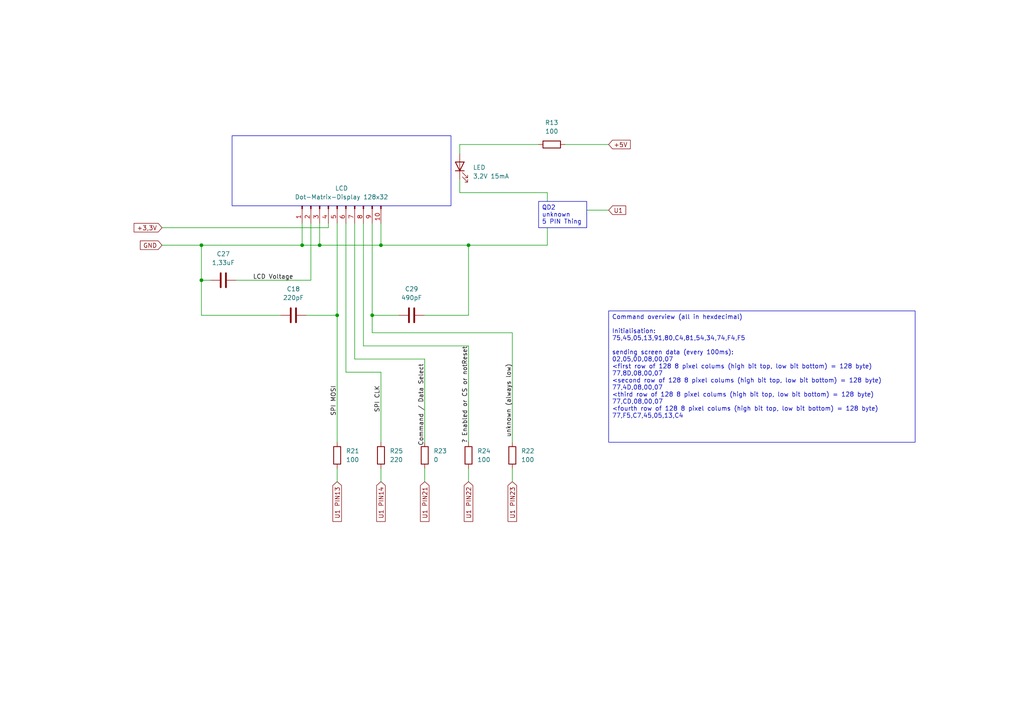
<source format=kicad_sch>
(kicad_sch
	(version 20231120)
	(generator "eeschema")
	(generator_version "8.0")
	(uuid "89d628b2-1118-4ed2-930a-a4c253307f5e")
	(paper "A4")
	(title_block
		(title "LCD Dot-Matrix Display KyoC5150DN")
		(date "2024-12-29")
		(rev "1.00")
	)
	(lib_symbols
		(symbol "Connector:Conn_01x10_Pin"
			(pin_names
				(offset 1.016) hide)
			(exclude_from_sim no)
			(in_bom yes)
			(on_board yes)
			(property "Reference" "J"
				(at 0 12.7 0)
				(effects
					(font
						(size 1.27 1.27)
					)
				)
			)
			(property "Value" "Conn_01x10_Pin"
				(at 0 -15.24 0)
				(effects
					(font
						(size 1.27 1.27)
					)
				)
			)
			(property "Footprint" ""
				(at 0 0 0)
				(effects
					(font
						(size 1.27 1.27)
					)
					(hide yes)
				)
			)
			(property "Datasheet" "~"
				(at 0 0 0)
				(effects
					(font
						(size 1.27 1.27)
					)
					(hide yes)
				)
			)
			(property "Description" "Generic connector, single row, 01x10, script generated"
				(at 0 0 0)
				(effects
					(font
						(size 1.27 1.27)
					)
					(hide yes)
				)
			)
			(property "ki_locked" ""
				(at 0 0 0)
				(effects
					(font
						(size 1.27 1.27)
					)
				)
			)
			(property "ki_keywords" "connector"
				(at 0 0 0)
				(effects
					(font
						(size 1.27 1.27)
					)
					(hide yes)
				)
			)
			(property "ki_fp_filters" "Connector*:*_1x??_*"
				(at 0 0 0)
				(effects
					(font
						(size 1.27 1.27)
					)
					(hide yes)
				)
			)
			(symbol "Conn_01x10_Pin_1_1"
				(polyline
					(pts
						(xy 1.27 -12.7) (xy 0.8636 -12.7)
					)
					(stroke
						(width 0.1524)
						(type default)
					)
					(fill
						(type none)
					)
				)
				(polyline
					(pts
						(xy 1.27 -10.16) (xy 0.8636 -10.16)
					)
					(stroke
						(width 0.1524)
						(type default)
					)
					(fill
						(type none)
					)
				)
				(polyline
					(pts
						(xy 1.27 -7.62) (xy 0.8636 -7.62)
					)
					(stroke
						(width 0.1524)
						(type default)
					)
					(fill
						(type none)
					)
				)
				(polyline
					(pts
						(xy 1.27 -5.08) (xy 0.8636 -5.08)
					)
					(stroke
						(width 0.1524)
						(type default)
					)
					(fill
						(type none)
					)
				)
				(polyline
					(pts
						(xy 1.27 -2.54) (xy 0.8636 -2.54)
					)
					(stroke
						(width 0.1524)
						(type default)
					)
					(fill
						(type none)
					)
				)
				(polyline
					(pts
						(xy 1.27 0) (xy 0.8636 0)
					)
					(stroke
						(width 0.1524)
						(type default)
					)
					(fill
						(type none)
					)
				)
				(polyline
					(pts
						(xy 1.27 2.54) (xy 0.8636 2.54)
					)
					(stroke
						(width 0.1524)
						(type default)
					)
					(fill
						(type none)
					)
				)
				(polyline
					(pts
						(xy 1.27 5.08) (xy 0.8636 5.08)
					)
					(stroke
						(width 0.1524)
						(type default)
					)
					(fill
						(type none)
					)
				)
				(polyline
					(pts
						(xy 1.27 7.62) (xy 0.8636 7.62)
					)
					(stroke
						(width 0.1524)
						(type default)
					)
					(fill
						(type none)
					)
				)
				(polyline
					(pts
						(xy 1.27 10.16) (xy 0.8636 10.16)
					)
					(stroke
						(width 0.1524)
						(type default)
					)
					(fill
						(type none)
					)
				)
				(rectangle
					(start 0.8636 -12.573)
					(end 0 -12.827)
					(stroke
						(width 0.1524)
						(type default)
					)
					(fill
						(type outline)
					)
				)
				(rectangle
					(start 0.8636 -10.033)
					(end 0 -10.287)
					(stroke
						(width 0.1524)
						(type default)
					)
					(fill
						(type outline)
					)
				)
				(rectangle
					(start 0.8636 -7.493)
					(end 0 -7.747)
					(stroke
						(width 0.1524)
						(type default)
					)
					(fill
						(type outline)
					)
				)
				(rectangle
					(start 0.8636 -4.953)
					(end 0 -5.207)
					(stroke
						(width 0.1524)
						(type default)
					)
					(fill
						(type outline)
					)
				)
				(rectangle
					(start 0.8636 -2.413)
					(end 0 -2.667)
					(stroke
						(width 0.1524)
						(type default)
					)
					(fill
						(type outline)
					)
				)
				(rectangle
					(start 0.8636 0.127)
					(end 0 -0.127)
					(stroke
						(width 0.1524)
						(type default)
					)
					(fill
						(type outline)
					)
				)
				(rectangle
					(start 0.8636 2.667)
					(end 0 2.413)
					(stroke
						(width 0.1524)
						(type default)
					)
					(fill
						(type outline)
					)
				)
				(rectangle
					(start 0.8636 5.207)
					(end 0 4.953)
					(stroke
						(width 0.1524)
						(type default)
					)
					(fill
						(type outline)
					)
				)
				(rectangle
					(start 0.8636 7.747)
					(end 0 7.493)
					(stroke
						(width 0.1524)
						(type default)
					)
					(fill
						(type outline)
					)
				)
				(rectangle
					(start 0.8636 10.287)
					(end 0 10.033)
					(stroke
						(width 0.1524)
						(type default)
					)
					(fill
						(type outline)
					)
				)
				(pin passive line
					(at 5.08 10.16 180)
					(length 3.81)
					(name "Pin_1"
						(effects
							(font
								(size 1.27 1.27)
							)
						)
					)
					(number "1"
						(effects
							(font
								(size 1.27 1.27)
							)
						)
					)
				)
				(pin passive line
					(at 5.08 -12.7 180)
					(length 3.81)
					(name "Pin_10"
						(effects
							(font
								(size 1.27 1.27)
							)
						)
					)
					(number "10"
						(effects
							(font
								(size 1.27 1.27)
							)
						)
					)
				)
				(pin passive line
					(at 5.08 7.62 180)
					(length 3.81)
					(name "Pin_2"
						(effects
							(font
								(size 1.27 1.27)
							)
						)
					)
					(number "2"
						(effects
							(font
								(size 1.27 1.27)
							)
						)
					)
				)
				(pin passive line
					(at 5.08 5.08 180)
					(length 3.81)
					(name "Pin_3"
						(effects
							(font
								(size 1.27 1.27)
							)
						)
					)
					(number "3"
						(effects
							(font
								(size 1.27 1.27)
							)
						)
					)
				)
				(pin passive line
					(at 5.08 2.54 180)
					(length 3.81)
					(name "Pin_4"
						(effects
							(font
								(size 1.27 1.27)
							)
						)
					)
					(number "4"
						(effects
							(font
								(size 1.27 1.27)
							)
						)
					)
				)
				(pin passive line
					(at 5.08 0 180)
					(length 3.81)
					(name "Pin_5"
						(effects
							(font
								(size 1.27 1.27)
							)
						)
					)
					(number "5"
						(effects
							(font
								(size 1.27 1.27)
							)
						)
					)
				)
				(pin passive line
					(at 5.08 -2.54 180)
					(length 3.81)
					(name "Pin_6"
						(effects
							(font
								(size 1.27 1.27)
							)
						)
					)
					(number "6"
						(effects
							(font
								(size 1.27 1.27)
							)
						)
					)
				)
				(pin passive line
					(at 5.08 -5.08 180)
					(length 3.81)
					(name "Pin_7"
						(effects
							(font
								(size 1.27 1.27)
							)
						)
					)
					(number "7"
						(effects
							(font
								(size 1.27 1.27)
							)
						)
					)
				)
				(pin passive line
					(at 5.08 -7.62 180)
					(length 3.81)
					(name "Pin_8"
						(effects
							(font
								(size 1.27 1.27)
							)
						)
					)
					(number "8"
						(effects
							(font
								(size 1.27 1.27)
							)
						)
					)
				)
				(pin passive line
					(at 5.08 -10.16 180)
					(length 3.81)
					(name "Pin_9"
						(effects
							(font
								(size 1.27 1.27)
							)
						)
					)
					(number "9"
						(effects
							(font
								(size 1.27 1.27)
							)
						)
					)
				)
			)
		)
		(symbol "Device:C"
			(pin_numbers hide)
			(pin_names
				(offset 0.254)
			)
			(exclude_from_sim no)
			(in_bom yes)
			(on_board yes)
			(property "Reference" "C"
				(at 0.635 2.54 0)
				(effects
					(font
						(size 1.27 1.27)
					)
					(justify left)
				)
			)
			(property "Value" "C"
				(at 0.635 -2.54 0)
				(effects
					(font
						(size 1.27 1.27)
					)
					(justify left)
				)
			)
			(property "Footprint" ""
				(at 0.9652 -3.81 0)
				(effects
					(font
						(size 1.27 1.27)
					)
					(hide yes)
				)
			)
			(property "Datasheet" "~"
				(at 0 0 0)
				(effects
					(font
						(size 1.27 1.27)
					)
					(hide yes)
				)
			)
			(property "Description" "Unpolarized capacitor"
				(at 0 0 0)
				(effects
					(font
						(size 1.27 1.27)
					)
					(hide yes)
				)
			)
			(property "ki_keywords" "cap capacitor"
				(at 0 0 0)
				(effects
					(font
						(size 1.27 1.27)
					)
					(hide yes)
				)
			)
			(property "ki_fp_filters" "C_*"
				(at 0 0 0)
				(effects
					(font
						(size 1.27 1.27)
					)
					(hide yes)
				)
			)
			(symbol "C_0_1"
				(polyline
					(pts
						(xy -2.032 -0.762) (xy 2.032 -0.762)
					)
					(stroke
						(width 0.508)
						(type default)
					)
					(fill
						(type none)
					)
				)
				(polyline
					(pts
						(xy -2.032 0.762) (xy 2.032 0.762)
					)
					(stroke
						(width 0.508)
						(type default)
					)
					(fill
						(type none)
					)
				)
			)
			(symbol "C_1_1"
				(pin passive line
					(at 0 3.81 270)
					(length 2.794)
					(name "~"
						(effects
							(font
								(size 1.27 1.27)
							)
						)
					)
					(number "1"
						(effects
							(font
								(size 1.27 1.27)
							)
						)
					)
				)
				(pin passive line
					(at 0 -3.81 90)
					(length 2.794)
					(name "~"
						(effects
							(font
								(size 1.27 1.27)
							)
						)
					)
					(number "2"
						(effects
							(font
								(size 1.27 1.27)
							)
						)
					)
				)
			)
		)
		(symbol "Device:LED"
			(pin_numbers hide)
			(pin_names
				(offset 1.016) hide)
			(exclude_from_sim no)
			(in_bom yes)
			(on_board yes)
			(property "Reference" "D"
				(at 0 2.54 0)
				(effects
					(font
						(size 1.27 1.27)
					)
				)
			)
			(property "Value" "LED"
				(at 0 -2.54 0)
				(effects
					(font
						(size 1.27 1.27)
					)
				)
			)
			(property "Footprint" ""
				(at 0 0 0)
				(effects
					(font
						(size 1.27 1.27)
					)
					(hide yes)
				)
			)
			(property "Datasheet" "~"
				(at 0 0 0)
				(effects
					(font
						(size 1.27 1.27)
					)
					(hide yes)
				)
			)
			(property "Description" "Light emitting diode"
				(at 0 0 0)
				(effects
					(font
						(size 1.27 1.27)
					)
					(hide yes)
				)
			)
			(property "ki_keywords" "LED diode"
				(at 0 0 0)
				(effects
					(font
						(size 1.27 1.27)
					)
					(hide yes)
				)
			)
			(property "ki_fp_filters" "LED* LED_SMD:* LED_THT:*"
				(at 0 0 0)
				(effects
					(font
						(size 1.27 1.27)
					)
					(hide yes)
				)
			)
			(symbol "LED_0_1"
				(polyline
					(pts
						(xy -1.27 -1.27) (xy -1.27 1.27)
					)
					(stroke
						(width 0.254)
						(type default)
					)
					(fill
						(type none)
					)
				)
				(polyline
					(pts
						(xy -1.27 0) (xy 1.27 0)
					)
					(stroke
						(width 0)
						(type default)
					)
					(fill
						(type none)
					)
				)
				(polyline
					(pts
						(xy 1.27 -1.27) (xy 1.27 1.27) (xy -1.27 0) (xy 1.27 -1.27)
					)
					(stroke
						(width 0.254)
						(type default)
					)
					(fill
						(type none)
					)
				)
				(polyline
					(pts
						(xy -3.048 -0.762) (xy -4.572 -2.286) (xy -3.81 -2.286) (xy -4.572 -2.286) (xy -4.572 -1.524)
					)
					(stroke
						(width 0)
						(type default)
					)
					(fill
						(type none)
					)
				)
				(polyline
					(pts
						(xy -1.778 -0.762) (xy -3.302 -2.286) (xy -2.54 -2.286) (xy -3.302 -2.286) (xy -3.302 -1.524)
					)
					(stroke
						(width 0)
						(type default)
					)
					(fill
						(type none)
					)
				)
			)
			(symbol "LED_1_1"
				(pin passive line
					(at -3.81 0 0)
					(length 2.54)
					(name "K"
						(effects
							(font
								(size 1.27 1.27)
							)
						)
					)
					(number "1"
						(effects
							(font
								(size 1.27 1.27)
							)
						)
					)
				)
				(pin passive line
					(at 3.81 0 180)
					(length 2.54)
					(name "A"
						(effects
							(font
								(size 1.27 1.27)
							)
						)
					)
					(number "2"
						(effects
							(font
								(size 1.27 1.27)
							)
						)
					)
				)
			)
		)
		(symbol "Device:R"
			(pin_numbers hide)
			(pin_names
				(offset 0)
			)
			(exclude_from_sim no)
			(in_bom yes)
			(on_board yes)
			(property "Reference" "R"
				(at 2.032 0 90)
				(effects
					(font
						(size 1.27 1.27)
					)
				)
			)
			(property "Value" "R"
				(at 0 0 90)
				(effects
					(font
						(size 1.27 1.27)
					)
				)
			)
			(property "Footprint" ""
				(at -1.778 0 90)
				(effects
					(font
						(size 1.27 1.27)
					)
					(hide yes)
				)
			)
			(property "Datasheet" "~"
				(at 0 0 0)
				(effects
					(font
						(size 1.27 1.27)
					)
					(hide yes)
				)
			)
			(property "Description" "Resistor"
				(at 0 0 0)
				(effects
					(font
						(size 1.27 1.27)
					)
					(hide yes)
				)
			)
			(property "ki_keywords" "R res resistor"
				(at 0 0 0)
				(effects
					(font
						(size 1.27 1.27)
					)
					(hide yes)
				)
			)
			(property "ki_fp_filters" "R_*"
				(at 0 0 0)
				(effects
					(font
						(size 1.27 1.27)
					)
					(hide yes)
				)
			)
			(symbol "R_0_1"
				(rectangle
					(start -1.016 -2.54)
					(end 1.016 2.54)
					(stroke
						(width 0.254)
						(type default)
					)
					(fill
						(type none)
					)
				)
			)
			(symbol "R_1_1"
				(pin passive line
					(at 0 3.81 270)
					(length 1.27)
					(name "~"
						(effects
							(font
								(size 1.27 1.27)
							)
						)
					)
					(number "1"
						(effects
							(font
								(size 1.27 1.27)
							)
						)
					)
				)
				(pin passive line
					(at 0 -3.81 90)
					(length 1.27)
					(name "~"
						(effects
							(font
								(size 1.27 1.27)
							)
						)
					)
					(number "2"
						(effects
							(font
								(size 1.27 1.27)
							)
						)
					)
				)
			)
		)
	)
	(junction
		(at 110.49 71.12)
		(diameter 0)
		(color 0 0 0 0)
		(uuid "03a7a8e7-4980-4c02-9754-21d9646f5ac0")
	)
	(junction
		(at 135.89 71.12)
		(diameter 0)
		(color 0 0 0 0)
		(uuid "102807f1-f4e6-452d-8004-7a1515c74775")
	)
	(junction
		(at 58.42 71.12)
		(diameter 0)
		(color 0 0 0 0)
		(uuid "1dd5ec06-e66c-4815-89b8-765b9d48f9f4")
	)
	(junction
		(at 92.71 71.12)
		(diameter 0)
		(color 0 0 0 0)
		(uuid "7063fa33-fec4-4d6e-8ec7-dcb489a30489")
	)
	(junction
		(at 97.79 91.44)
		(diameter 0)
		(color 0 0 0 0)
		(uuid "9366c9ab-bb58-45d3-a2bd-6571ad39b8bb")
	)
	(junction
		(at 58.42 81.28)
		(diameter 0)
		(color 0 0 0 0)
		(uuid "9a131d40-c529-4fcb-89e4-9fc76245fe70")
	)
	(junction
		(at 87.63 71.12)
		(diameter 0)
		(color 0 0 0 0)
		(uuid "c297987f-8c39-4b65-abbc-9e00fbf822bf")
	)
	(junction
		(at 107.95 91.44)
		(diameter 0)
		(color 0 0 0 0)
		(uuid "d7383ac4-58ed-4186-8179-e1c2bb55908b")
	)
	(wire
		(pts
			(xy 60.96 81.28) (xy 58.42 81.28)
		)
		(stroke
			(width 0)
			(type default)
		)
		(uuid "0954fdc5-d58b-429c-b6d5-e5b112b29bc3")
	)
	(wire
		(pts
			(xy 87.63 64.77) (xy 87.63 71.12)
		)
		(stroke
			(width 0)
			(type default)
		)
		(uuid "0d32a9da-2582-40d7-b74b-5c41a5a80716")
	)
	(wire
		(pts
			(xy 81.28 91.44) (xy 58.42 91.44)
		)
		(stroke
			(width 0)
			(type default)
		)
		(uuid "0f69f228-a1e9-4523-b156-6f62f8549ada")
	)
	(wire
		(pts
			(xy 97.79 91.44) (xy 97.79 128.27)
		)
		(stroke
			(width 0)
			(type default)
		)
		(uuid "1e1d3536-7219-4adc-909a-ce0a74eb2ba3")
	)
	(wire
		(pts
			(xy 107.95 91.44) (xy 115.57 91.44)
		)
		(stroke
			(width 0)
			(type default)
		)
		(uuid "2f2eccdb-8f02-4d61-a419-043a028217fa")
	)
	(wire
		(pts
			(xy 88.9 91.44) (xy 97.79 91.44)
		)
		(stroke
			(width 0)
			(type default)
		)
		(uuid "3320ea1d-d2fc-4087-8ae4-ca3ab43964f0")
	)
	(wire
		(pts
			(xy 158.75 71.12) (xy 135.89 71.12)
		)
		(stroke
			(width 0)
			(type default)
		)
		(uuid "386f527e-f00e-4932-a989-41757b644bed")
	)
	(wire
		(pts
			(xy 97.79 64.77) (xy 97.79 91.44)
		)
		(stroke
			(width 0)
			(type default)
		)
		(uuid "3ef024d7-873b-43cf-8e2c-700e0bb049ef")
	)
	(wire
		(pts
			(xy 107.95 96.52) (xy 148.59 96.52)
		)
		(stroke
			(width 0)
			(type default)
		)
		(uuid "4770b68f-0048-4d69-95f9-0367e28cdcf4")
	)
	(wire
		(pts
			(xy 123.19 104.14) (xy 123.19 128.27)
		)
		(stroke
			(width 0)
			(type default)
		)
		(uuid "4c8c6095-8f25-47f6-8bb9-a0008d4aa710")
	)
	(wire
		(pts
			(xy 110.49 71.12) (xy 92.71 71.12)
		)
		(stroke
			(width 0)
			(type default)
		)
		(uuid "4da26581-698d-4f30-a372-155f5abecb46")
	)
	(wire
		(pts
			(xy 105.41 100.33) (xy 135.89 100.33)
		)
		(stroke
			(width 0)
			(type default)
		)
		(uuid "4dead7ba-4619-4c2c-bc68-1dd9f5046fdc")
	)
	(wire
		(pts
			(xy 123.19 135.89) (xy 123.19 139.7)
		)
		(stroke
			(width 0)
			(type default)
		)
		(uuid "543da00d-ddc4-4c04-ac13-49fd0769f8f9")
	)
	(wire
		(pts
			(xy 100.33 64.77) (xy 100.33 107.95)
		)
		(stroke
			(width 0)
			(type default)
		)
		(uuid "54602192-2264-4ca4-a4d6-e1579ead2519")
	)
	(wire
		(pts
			(xy 58.42 91.44) (xy 58.42 81.28)
		)
		(stroke
			(width 0)
			(type default)
		)
		(uuid "5833190d-32b8-4c97-b0ff-e79e6b4ea406")
	)
	(wire
		(pts
			(xy 110.49 107.95) (xy 110.49 128.27)
		)
		(stroke
			(width 0)
			(type default)
		)
		(uuid "5d1dc1e6-b475-4edd-bd49-d211b251ec52")
	)
	(wire
		(pts
			(xy 148.59 96.52) (xy 148.59 128.27)
		)
		(stroke
			(width 0)
			(type default)
		)
		(uuid "63078328-4f79-457e-b6f0-048241ce0ccc")
	)
	(wire
		(pts
			(xy 97.79 135.89) (xy 97.79 139.7)
		)
		(stroke
			(width 0)
			(type default)
		)
		(uuid "6334e4e6-f1ab-47cb-a706-f18e51a7d1b9")
	)
	(wire
		(pts
			(xy 92.71 71.12) (xy 87.63 71.12)
		)
		(stroke
			(width 0)
			(type default)
		)
		(uuid "63bbff8b-f88b-4fc8-bb20-7fbd46ec2cca")
	)
	(wire
		(pts
			(xy 110.49 64.77) (xy 110.49 71.12)
		)
		(stroke
			(width 0)
			(type default)
		)
		(uuid "63e8227f-6c30-4c3d-8147-569a6d5aa2be")
	)
	(wire
		(pts
			(xy 105.41 64.77) (xy 105.41 100.33)
		)
		(stroke
			(width 0)
			(type default)
		)
		(uuid "6b25a3f4-eaee-448b-97aa-84a7797d00a8")
	)
	(wire
		(pts
			(xy 158.75 55.88) (xy 158.75 58.42)
		)
		(stroke
			(width 0)
			(type default)
		)
		(uuid "790145b8-a989-412f-be5e-2a5209e8b8ce")
	)
	(wire
		(pts
			(xy 95.25 64.77) (xy 95.25 66.04)
		)
		(stroke
			(width 0)
			(type default)
		)
		(uuid "79587fe8-44d5-4f73-8ee9-391d4b5bd9cd")
	)
	(wire
		(pts
			(xy 58.42 71.12) (xy 87.63 71.12)
		)
		(stroke
			(width 0)
			(type default)
		)
		(uuid "8d56037c-7701-407e-a78f-e84c2c9570e4")
	)
	(wire
		(pts
			(xy 135.89 135.89) (xy 135.89 139.7)
		)
		(stroke
			(width 0)
			(type default)
		)
		(uuid "93e06918-5a4b-46c3-a20b-7a397522aa0b")
	)
	(wire
		(pts
			(xy 107.95 64.77) (xy 107.95 91.44)
		)
		(stroke
			(width 0)
			(type default)
		)
		(uuid "955956c8-a0ab-4911-b848-fac52dcb5588")
	)
	(wire
		(pts
			(xy 110.49 135.89) (xy 110.49 139.7)
		)
		(stroke
			(width 0)
			(type default)
		)
		(uuid "9727c19e-a4d1-45a0-a7f0-f0fa91b0478e")
	)
	(wire
		(pts
			(xy 163.83 41.91) (xy 176.53 41.91)
		)
		(stroke
			(width 0)
			(type default)
		)
		(uuid "9b02b741-ba28-40f2-92fb-0d237dc05272")
	)
	(wire
		(pts
			(xy 133.35 55.88) (xy 158.75 55.88)
		)
		(stroke
			(width 0)
			(type default)
		)
		(uuid "a0ebb873-0fe9-4a7f-8422-5eccfce611e7")
	)
	(wire
		(pts
			(xy 158.75 66.04) (xy 158.75 71.12)
		)
		(stroke
			(width 0)
			(type default)
		)
		(uuid "a852855e-e40e-4735-93cf-f6ac1e680fc1")
	)
	(wire
		(pts
			(xy 135.89 100.33) (xy 135.89 128.27)
		)
		(stroke
			(width 0)
			(type default)
		)
		(uuid "aac8c80b-7185-4081-94a9-62305d1c9997")
	)
	(wire
		(pts
			(xy 123.19 91.44) (xy 135.89 91.44)
		)
		(stroke
			(width 0)
			(type default)
		)
		(uuid "ac178eb3-1e99-4714-b4a2-e44c5e574cee")
	)
	(wire
		(pts
			(xy 90.17 64.77) (xy 90.17 81.28)
		)
		(stroke
			(width 0)
			(type default)
		)
		(uuid "b45bdf50-f4ce-4922-bf95-5628a2cd1fda")
	)
	(wire
		(pts
			(xy 100.33 107.95) (xy 110.49 107.95)
		)
		(stroke
			(width 0)
			(type default)
		)
		(uuid "b8061380-575c-4bb2-87b6-7caa3d5507f6")
	)
	(wire
		(pts
			(xy 92.71 64.77) (xy 92.71 71.12)
		)
		(stroke
			(width 0)
			(type default)
		)
		(uuid "c697b901-da7c-405f-8a60-f60e27708769")
	)
	(wire
		(pts
			(xy 148.59 135.89) (xy 148.59 139.7)
		)
		(stroke
			(width 0)
			(type default)
		)
		(uuid "d1d642ed-07a0-4e66-820a-2cc228e61b2a")
	)
	(wire
		(pts
			(xy 102.87 104.14) (xy 123.19 104.14)
		)
		(stroke
			(width 0)
			(type default)
		)
		(uuid "d9d5018e-b64a-48df-8cfe-5aa2ed37cbb7")
	)
	(wire
		(pts
			(xy 135.89 91.44) (xy 135.89 71.12)
		)
		(stroke
			(width 0)
			(type default)
		)
		(uuid "da4dedb1-5ee2-4719-ac1f-6515341a3f26")
	)
	(wire
		(pts
			(xy 170.18 60.96) (xy 176.53 60.96)
		)
		(stroke
			(width 0)
			(type default)
		)
		(uuid "e3e8512b-1a44-4dec-abd9-53f46d7cb22c")
	)
	(wire
		(pts
			(xy 46.99 66.04) (xy 95.25 66.04)
		)
		(stroke
			(width 0)
			(type default)
		)
		(uuid "e62235d5-6231-4ee2-9736-4de62cb59f57")
	)
	(wire
		(pts
			(xy 135.89 71.12) (xy 110.49 71.12)
		)
		(stroke
			(width 0)
			(type default)
		)
		(uuid "e6830b80-d265-4a97-8fc1-49cb13bfdd97")
	)
	(wire
		(pts
			(xy 107.95 91.44) (xy 107.95 96.52)
		)
		(stroke
			(width 0)
			(type default)
		)
		(uuid "e6cb4508-f26c-47c2-a706-6861481d2c21")
	)
	(wire
		(pts
			(xy 46.99 71.12) (xy 58.42 71.12)
		)
		(stroke
			(width 0)
			(type default)
		)
		(uuid "ec0697a0-8a52-4c58-b2dd-2d4e3d310508")
	)
	(wire
		(pts
			(xy 90.17 81.28) (xy 68.58 81.28)
		)
		(stroke
			(width 0)
			(type default)
		)
		(uuid "ed041771-26d8-4731-a90b-081e1f82cfde")
	)
	(wire
		(pts
			(xy 58.42 81.28) (xy 58.42 71.12)
		)
		(stroke
			(width 0)
			(type default)
		)
		(uuid "f2ce0a55-f083-45fc-a885-27625f8afa03")
	)
	(wire
		(pts
			(xy 102.87 64.77) (xy 102.87 104.14)
		)
		(stroke
			(width 0)
			(type default)
		)
		(uuid "f3aeb4f5-1a9b-4233-9e3d-057920dc7853")
	)
	(wire
		(pts
			(xy 133.35 41.91) (xy 156.21 41.91)
		)
		(stroke
			(width 0)
			(type default)
		)
		(uuid "f9f1aee7-8801-452a-b736-1995b07ce979")
	)
	(wire
		(pts
			(xy 133.35 44.45) (xy 133.35 41.91)
		)
		(stroke
			(width 0)
			(type default)
		)
		(uuid "fe000837-5d14-4ff5-afb7-e03357343279")
	)
	(wire
		(pts
			(xy 133.35 52.07) (xy 133.35 55.88)
		)
		(stroke
			(width 0)
			(type default)
		)
		(uuid "ffa5c25b-489f-495f-bc53-ebb07437ed12")
	)
	(rectangle
		(start 67.31 39.37)
		(end 130.81 59.69)
		(stroke
			(width 0)
			(type default)
		)
		(fill
			(type none)
		)
		(uuid 123ee6b8-7c4b-46d4-afc5-00fe81a0c37c)
	)
	(text_box "Command overview (all in hexdecimal)\n\nInitialisation:\n75,45,05,13,91,80,C4,81,54,34,74,F4,F5\n\nsending screen data (every 100ms):\n02,05,0D,08,00,07\n<first row of 128 8 pixel colums (high bit top, low bit bottom) = 128 byte)\n77,8D,08,00,07\n<second row of 128 8 pixel colums (high bit top, low bit bottom) = 128 byte)\n77,4D,08,00,07\n<third row of 128 8 pixel colums (high bit top, low bit bottom) = 128 byte)\n77,CD,08,00,07\n<fourth row of 128 8 pixel colums (high bit top, low bit bottom) = 128 byte)\n77,F5,C7,45,05,13,C4"
		(exclude_from_sim no)
		(at 176.53 90.17 0)
		(size 88.9 38.1)
		(stroke
			(width 0)
			(type default)
		)
		(fill
			(type none)
		)
		(effects
			(font
				(size 1.27 1.27)
			)
			(justify left top)
		)
		(uuid "ae18ca24-a9a8-4c89-8c31-bd47b1391520")
	)
	(text_box "QD2\nunknown\n5 PIN Thing"
		(exclude_from_sim no)
		(at 156.21 58.42 0)
		(size 13.97 7.62)
		(stroke
			(width 0)
			(type default)
		)
		(fill
			(type none)
		)
		(effects
			(font
				(size 1.27 1.27)
			)
			(justify left top)
		)
		(uuid "edb5639e-255f-42ac-90f3-891d3e59afc8")
	)
	(label "? Enabled or CS or notReset"
		(at 135.89 100.33 270)
		(fields_autoplaced yes)
		(effects
			(font
				(size 1.27 1.27)
			)
			(justify right bottom)
		)
		(uuid "04dde55b-811a-455b-b74c-525d3f31f3cf")
	)
	(label "unknown (always low)"
		(at 148.59 105.41 270)
		(fields_autoplaced yes)
		(effects
			(font
				(size 1.27 1.27)
			)
			(justify right bottom)
		)
		(uuid "28df5d71-3064-48c6-84fd-e8c1e8e2f4f0")
	)
	(label "LCD Voltage"
		(at 85.09 81.28 180)
		(fields_autoplaced yes)
		(effects
			(font
				(size 1.27 1.27)
			)
			(justify right bottom)
		)
		(uuid "3194c2c5-49f2-4391-9a8c-b719abcb609e")
	)
	(label "SPI CLK"
		(at 110.49 111.76 270)
		(fields_autoplaced yes)
		(effects
			(font
				(size 1.27 1.27)
			)
			(justify right bottom)
		)
		(uuid "70fa9bd6-6116-47ed-8ce2-0c32b8b6d746")
	)
	(label "Command {slash} Data Select"
		(at 123.19 105.41 270)
		(fields_autoplaced yes)
		(effects
			(font
				(size 1.27 1.27)
			)
			(justify right bottom)
		)
		(uuid "daa5c9e4-884d-470b-b1f6-18812a2ade12")
	)
	(label "SPI MOSI"
		(at 97.79 111.76 270)
		(fields_autoplaced yes)
		(effects
			(font
				(size 1.27 1.27)
			)
			(justify right bottom)
		)
		(uuid "f7079f3a-74a7-409d-86aa-2734aa945a4a")
	)
	(global_label "U1"
		(shape input)
		(at 176.53 60.96 0)
		(fields_autoplaced yes)
		(effects
			(font
				(size 1.27 1.27)
			)
			(justify left)
		)
		(uuid "3787ae3a-6be1-46a3-af3d-de8434c32c30")
		(property "Intersheetrefs" "${INTERSHEET_REFS}"
			(at 182.0552 60.96 0)
			(effects
				(font
					(size 1.27 1.27)
				)
				(justify left)
				(hide yes)
			)
		)
	)
	(global_label "GND"
		(shape input)
		(at 46.99 71.12 180)
		(fields_autoplaced yes)
		(effects
			(font
				(size 1.27 1.27)
			)
			(justify right)
		)
		(uuid "4cff55b8-095c-487c-95e1-8886e0b5a1eb")
		(property "Intersheetrefs" "${INTERSHEET_REFS}"
			(at 40.1343 71.12 0)
			(effects
				(font
					(size 1.27 1.27)
				)
				(justify right)
				(hide yes)
			)
		)
	)
	(global_label "+5V"
		(shape input)
		(at 176.53 41.91 0)
		(fields_autoplaced yes)
		(effects
			(font
				(size 1.27 1.27)
			)
			(justify left)
		)
		(uuid "63c0d90e-3cbe-4061-90dc-120a1499bef2")
		(property "Intersheetrefs" "${INTERSHEET_REFS}"
			(at 183.3857 41.91 0)
			(effects
				(font
					(size 1.27 1.27)
				)
				(justify left)
				(hide yes)
			)
		)
	)
	(global_label "U1 PIN14"
		(shape input)
		(at 110.49 139.7 270)
		(fields_autoplaced yes)
		(effects
			(font
				(size 1.27 1.27)
			)
			(justify right)
		)
		(uuid "a60012a9-e4ab-430d-9566-4e81c492fa67")
		(property "Intersheetrefs" "${INTERSHEET_REFS}"
			(at 110.49 151.8171 90)
			(effects
				(font
					(size 1.27 1.27)
				)
				(justify right)
				(hide yes)
			)
		)
	)
	(global_label "U1 PIN21"
		(shape input)
		(at 123.19 139.7 270)
		(fields_autoplaced yes)
		(effects
			(font
				(size 1.27 1.27)
			)
			(justify right)
		)
		(uuid "aa49c8d6-0935-4a2a-98d7-3895c83ce5c2")
		(property "Intersheetrefs" "${INTERSHEET_REFS}"
			(at 123.19 151.8171 90)
			(effects
				(font
					(size 1.27 1.27)
				)
				(justify right)
				(hide yes)
			)
		)
	)
	(global_label "+3,3V"
		(shape input)
		(at 46.99 66.04 180)
		(fields_autoplaced yes)
		(effects
			(font
				(size 1.27 1.27)
			)
			(justify right)
		)
		(uuid "aa702445-ec53-4dd3-ba14-e878163a2ad8")
		(property "Intersheetrefs" "${INTERSHEET_REFS}"
			(at 38.32 66.04 0)
			(effects
				(font
					(size 1.27 1.27)
				)
				(justify right)
				(hide yes)
			)
		)
	)
	(global_label "U1 PIN13"
		(shape input)
		(at 97.79 139.7 270)
		(fields_autoplaced yes)
		(effects
			(font
				(size 1.27 1.27)
			)
			(justify right)
		)
		(uuid "bd90f10b-6c5d-481d-9a9c-0425f8738784")
		(property "Intersheetrefs" "${INTERSHEET_REFS}"
			(at 97.79 151.8171 90)
			(effects
				(font
					(size 1.27 1.27)
				)
				(justify right)
				(hide yes)
			)
		)
	)
	(global_label "U1 PIN22"
		(shape input)
		(at 135.89 139.7 270)
		(fields_autoplaced yes)
		(effects
			(font
				(size 1.27 1.27)
			)
			(justify right)
		)
		(uuid "d1ee8244-1fb6-4153-a0a7-a00926f321ed")
		(property "Intersheetrefs" "${INTERSHEET_REFS}"
			(at 135.89 151.8171 90)
			(effects
				(font
					(size 1.27 1.27)
				)
				(justify right)
				(hide yes)
			)
		)
	)
	(global_label "U1 PIN23"
		(shape input)
		(at 148.59 139.7 270)
		(fields_autoplaced yes)
		(effects
			(font
				(size 1.27 1.27)
			)
			(justify right)
		)
		(uuid "fe76482c-17ee-4bd7-b117-2d53966f0a80")
		(property "Intersheetrefs" "${INTERSHEET_REFS}"
			(at 148.59 151.8171 90)
			(effects
				(font
					(size 1.27 1.27)
				)
				(justify right)
				(hide yes)
			)
		)
	)
	(symbol
		(lib_id "Device:C")
		(at 85.09 91.44 90)
		(unit 1)
		(exclude_from_sim no)
		(in_bom yes)
		(on_board yes)
		(dnp no)
		(fields_autoplaced yes)
		(uuid "12c8fcb7-0ba6-433e-ac86-3d06b45e60fd")
		(property "Reference" "C18"
			(at 85.09 83.82 90)
			(effects
				(font
					(size 1.27 1.27)
				)
			)
		)
		(property "Value" "220pF"
			(at 85.09 86.36 90)
			(effects
				(font
					(size 1.27 1.27)
				)
			)
		)
		(property "Footprint" ""
			(at 88.9 90.4748 0)
			(effects
				(font
					(size 1.27 1.27)
				)
				(hide yes)
			)
		)
		(property "Datasheet" "~"
			(at 85.09 91.44 0)
			(effects
				(font
					(size 1.27 1.27)
				)
				(hide yes)
			)
		)
		(property "Description" "Unpolarized capacitor"
			(at 85.09 91.44 0)
			(effects
				(font
					(size 1.27 1.27)
				)
				(hide yes)
			)
		)
		(pin "2"
			(uuid "81e135b0-d17f-4feb-a1e1-d8ea45b41866")
		)
		(pin "1"
			(uuid "f8557e87-1c7b-4764-aa63-7091fbe0759c")
		)
		(instances
			(project "Display-KyoC5150DN"
				(path "/89d628b2-1118-4ed2-930a-a4c253307f5e"
					(reference "C18")
					(unit 1)
				)
			)
		)
	)
	(symbol
		(lib_id "Device:LED")
		(at 133.35 48.26 90)
		(unit 1)
		(exclude_from_sim no)
		(in_bom yes)
		(on_board yes)
		(dnp no)
		(fields_autoplaced yes)
		(uuid "1bae8c0e-bad9-422d-9ea9-ccf3c1092e0d")
		(property "Reference" "LED"
			(at 137.16 48.5774 90)
			(effects
				(font
					(size 1.27 1.27)
				)
				(justify right)
			)
		)
		(property "Value" "3,2V 15mA"
			(at 137.16 51.1174 90)
			(effects
				(font
					(size 1.27 1.27)
				)
				(justify right)
			)
		)
		(property "Footprint" ""
			(at 133.35 48.26 0)
			(effects
				(font
					(size 1.27 1.27)
				)
				(hide yes)
			)
		)
		(property "Datasheet" "~"
			(at 133.35 48.26 0)
			(effects
				(font
					(size 1.27 1.27)
				)
				(hide yes)
			)
		)
		(property "Description" "Light emitting diode"
			(at 133.35 48.26 0)
			(effects
				(font
					(size 1.27 1.27)
				)
				(hide yes)
			)
		)
		(pin "1"
			(uuid "ac96b77e-ade7-4440-abef-263ff0711737")
		)
		(pin "2"
			(uuid "87c2aba0-3d64-4200-9078-ac922fe59294")
		)
		(instances
			(project ""
				(path "/89d628b2-1118-4ed2-930a-a4c253307f5e"
					(reference "LED")
					(unit 1)
				)
			)
		)
	)
	(symbol
		(lib_id "Device:R")
		(at 148.59 132.08 0)
		(unit 1)
		(exclude_from_sim no)
		(in_bom yes)
		(on_board yes)
		(dnp no)
		(fields_autoplaced yes)
		(uuid "5c36bbf7-89c1-4424-af24-ad1abb559e40")
		(property "Reference" "R22"
			(at 151.13 130.8099 0)
			(effects
				(font
					(size 1.27 1.27)
				)
				(justify left)
			)
		)
		(property "Value" "100"
			(at 151.13 133.3499 0)
			(effects
				(font
					(size 1.27 1.27)
				)
				(justify left)
			)
		)
		(property "Footprint" ""
			(at 146.812 132.08 90)
			(effects
				(font
					(size 1.27 1.27)
				)
				(hide yes)
			)
		)
		(property "Datasheet" "~"
			(at 148.59 132.08 0)
			(effects
				(font
					(size 1.27 1.27)
				)
				(hide yes)
			)
		)
		(property "Description" "Resistor"
			(at 148.59 132.08 0)
			(effects
				(font
					(size 1.27 1.27)
				)
				(hide yes)
			)
		)
		(pin "2"
			(uuid "ede1a436-9079-4d80-a310-769692fc1228")
		)
		(pin "1"
			(uuid "bc406b61-a716-43b6-81ef-e496ef1c6c6f")
		)
		(instances
			(project ""
				(path "/89d628b2-1118-4ed2-930a-a4c253307f5e"
					(reference "R22")
					(unit 1)
				)
			)
		)
	)
	(symbol
		(lib_id "Device:R")
		(at 110.49 132.08 0)
		(unit 1)
		(exclude_from_sim no)
		(in_bom yes)
		(on_board yes)
		(dnp no)
		(fields_autoplaced yes)
		(uuid "63381183-e5b0-472a-8711-26bf81e30ee5")
		(property "Reference" "R25"
			(at 113.03 130.8099 0)
			(effects
				(font
					(size 1.27 1.27)
				)
				(justify left)
			)
		)
		(property "Value" "220"
			(at 113.03 133.3499 0)
			(effects
				(font
					(size 1.27 1.27)
				)
				(justify left)
			)
		)
		(property "Footprint" ""
			(at 108.712 132.08 90)
			(effects
				(font
					(size 1.27 1.27)
				)
				(hide yes)
			)
		)
		(property "Datasheet" "~"
			(at 110.49 132.08 0)
			(effects
				(font
					(size 1.27 1.27)
				)
				(hide yes)
			)
		)
		(property "Description" "Resistor"
			(at 110.49 132.08 0)
			(effects
				(font
					(size 1.27 1.27)
				)
				(hide yes)
			)
		)
		(pin "2"
			(uuid "7c7ca213-b7df-40db-9777-fc616c89847b")
		)
		(pin "1"
			(uuid "9abb36de-21d3-4a1c-bbda-be21b21ec05f")
		)
		(instances
			(project "Display-KyoC5150DN"
				(path "/89d628b2-1118-4ed2-930a-a4c253307f5e"
					(reference "R25")
					(unit 1)
				)
			)
		)
	)
	(symbol
		(lib_id "Device:C")
		(at 64.77 81.28 90)
		(unit 1)
		(exclude_from_sim no)
		(in_bom yes)
		(on_board yes)
		(dnp no)
		(fields_autoplaced yes)
		(uuid "853033d6-99c0-43c3-ac39-6327028c92fc")
		(property "Reference" "C27"
			(at 64.77 73.66 90)
			(effects
				(font
					(size 1.27 1.27)
				)
			)
		)
		(property "Value" "1,33uF"
			(at 64.77 76.2 90)
			(effects
				(font
					(size 1.27 1.27)
				)
			)
		)
		(property "Footprint" ""
			(at 68.58 80.3148 0)
			(effects
				(font
					(size 1.27 1.27)
				)
				(hide yes)
			)
		)
		(property "Datasheet" "~"
			(at 64.77 81.28 0)
			(effects
				(font
					(size 1.27 1.27)
				)
				(hide yes)
			)
		)
		(property "Description" "Unpolarized capacitor"
			(at 64.77 81.28 0)
			(effects
				(font
					(size 1.27 1.27)
				)
				(hide yes)
			)
		)
		(pin "2"
			(uuid "cb5308a2-03dd-484a-8930-5c0910fa150e")
		)
		(pin "1"
			(uuid "ce7e1bb1-2e0f-41f6-99a8-48a6ab6974eb")
		)
		(instances
			(project ""
				(path "/89d628b2-1118-4ed2-930a-a4c253307f5e"
					(reference "C27")
					(unit 1)
				)
			)
		)
	)
	(symbol
		(lib_id "Device:R")
		(at 123.19 132.08 0)
		(unit 1)
		(exclude_from_sim no)
		(in_bom yes)
		(on_board yes)
		(dnp no)
		(fields_autoplaced yes)
		(uuid "9168f50f-dc85-4d0d-83dd-e4b1fbe6cf80")
		(property "Reference" "R23"
			(at 125.73 130.8099 0)
			(effects
				(font
					(size 1.27 1.27)
				)
				(justify left)
			)
		)
		(property "Value" "0"
			(at 125.73 133.3499 0)
			(effects
				(font
					(size 1.27 1.27)
				)
				(justify left)
			)
		)
		(property "Footprint" ""
			(at 121.412 132.08 90)
			(effects
				(font
					(size 1.27 1.27)
				)
				(hide yes)
			)
		)
		(property "Datasheet" "~"
			(at 123.19 132.08 0)
			(effects
				(font
					(size 1.27 1.27)
				)
				(hide yes)
			)
		)
		(property "Description" "Resistor"
			(at 123.19 132.08 0)
			(effects
				(font
					(size 1.27 1.27)
				)
				(hide yes)
			)
		)
		(pin "2"
			(uuid "2af161fb-7895-4b62-9983-4a41150f1338")
		)
		(pin "1"
			(uuid "804149b5-43e9-4850-96c4-a565824d6f3b")
		)
		(instances
			(project "Display-KyoC5150DN"
				(path "/89d628b2-1118-4ed2-930a-a4c253307f5e"
					(reference "R23")
					(unit 1)
				)
			)
		)
	)
	(symbol
		(lib_id "Connector:Conn_01x10_Pin")
		(at 97.79 59.69 90)
		(mirror x)
		(unit 1)
		(exclude_from_sim no)
		(in_bom yes)
		(on_board yes)
		(dnp no)
		(fields_autoplaced yes)
		(uuid "ca0e24db-aa79-4128-a958-1fa58674c3c6")
		(property "Reference" "LCD"
			(at 99.06 54.61 90)
			(effects
				(font
					(size 1.27 1.27)
				)
			)
		)
		(property "Value" "Dot-Matrix-Display 128x32"
			(at 99.06 57.15 90)
			(effects
				(font
					(size 1.27 1.27)
				)
			)
		)
		(property "Footprint" ""
			(at 97.79 59.69 0)
			(effects
				(font
					(size 1.27 1.27)
				)
				(hide yes)
			)
		)
		(property "Datasheet" "~"
			(at 97.79 59.69 0)
			(effects
				(font
					(size 1.27 1.27)
				)
				(hide yes)
			)
		)
		(property "Description" "Generic connector, single row, 01x10, script generated"
			(at 97.79 59.69 0)
			(effects
				(font
					(size 1.27 1.27)
				)
				(hide yes)
			)
		)
		(pin "8"
			(uuid "64729510-1084-4ca9-905a-72dfe40ac020")
		)
		(pin "1"
			(uuid "db4082f8-0ee6-4e7e-b023-e6e801488c4b")
		)
		(pin "3"
			(uuid "db011910-7891-412a-9784-fbb2fb175456")
		)
		(pin "9"
			(uuid "296165bf-4ae3-4494-a057-013da985656c")
		)
		(pin "4"
			(uuid "a2ca775a-d6cf-4838-8faa-322eb36797ba")
		)
		(pin "7"
			(uuid "a95ec039-154c-4e79-a60c-dd7ca22d78bc")
		)
		(pin "5"
			(uuid "d0d766e3-7330-4ae6-9be2-3670e6f02a46")
		)
		(pin "2"
			(uuid "49faa6ea-08a2-4f10-8b41-2a2ef7849b1a")
		)
		(pin "10"
			(uuid "52557ff5-45bc-44fa-8759-53909dbc88b8")
		)
		(pin "6"
			(uuid "6ee3900f-819d-43e2-918c-d92d41ad0326")
		)
		(instances
			(project ""
				(path "/89d628b2-1118-4ed2-930a-a4c253307f5e"
					(reference "LCD")
					(unit 1)
				)
			)
		)
	)
	(symbol
		(lib_id "Device:R")
		(at 160.02 41.91 90)
		(unit 1)
		(exclude_from_sim no)
		(in_bom yes)
		(on_board yes)
		(dnp no)
		(fields_autoplaced yes)
		(uuid "e589c839-5d34-44ba-b399-420371e8a51b")
		(property "Reference" "R13"
			(at 160.02 35.56 90)
			(effects
				(font
					(size 1.27 1.27)
				)
			)
		)
		(property "Value" "100"
			(at 160.02 38.1 90)
			(effects
				(font
					(size 1.27 1.27)
				)
			)
		)
		(property "Footprint" ""
			(at 160.02 43.688 90)
			(effects
				(font
					(size 1.27 1.27)
				)
				(hide yes)
			)
		)
		(property "Datasheet" "~"
			(at 160.02 41.91 0)
			(effects
				(font
					(size 1.27 1.27)
				)
				(hide yes)
			)
		)
		(property "Description" "Resistor"
			(at 160.02 41.91 0)
			(effects
				(font
					(size 1.27 1.27)
				)
				(hide yes)
			)
		)
		(pin "2"
			(uuid "01c50d80-e495-4653-a459-f742c843aa4b")
		)
		(pin "1"
			(uuid "a664d6de-f192-4222-affb-6f49cf7096cd")
		)
		(instances
			(project ""
				(path "/89d628b2-1118-4ed2-930a-a4c253307f5e"
					(reference "R13")
					(unit 1)
				)
			)
		)
	)
	(symbol
		(lib_id "Device:R")
		(at 135.89 132.08 0)
		(unit 1)
		(exclude_from_sim no)
		(in_bom yes)
		(on_board yes)
		(dnp no)
		(fields_autoplaced yes)
		(uuid "f682118a-88d7-4749-9475-4bd3ca940819")
		(property "Reference" "R24"
			(at 138.43 130.8099 0)
			(effects
				(font
					(size 1.27 1.27)
				)
				(justify left)
			)
		)
		(property "Value" "100"
			(at 138.43 133.3499 0)
			(effects
				(font
					(size 1.27 1.27)
				)
				(justify left)
			)
		)
		(property "Footprint" ""
			(at 134.112 132.08 90)
			(effects
				(font
					(size 1.27 1.27)
				)
				(hide yes)
			)
		)
		(property "Datasheet" "~"
			(at 135.89 132.08 0)
			(effects
				(font
					(size 1.27 1.27)
				)
				(hide yes)
			)
		)
		(property "Description" "Resistor"
			(at 135.89 132.08 0)
			(effects
				(font
					(size 1.27 1.27)
				)
				(hide yes)
			)
		)
		(pin "2"
			(uuid "19027899-315c-48aa-a94f-f87ffb6d01e0")
		)
		(pin "1"
			(uuid "b3ebfc88-b076-44b4-b3bf-ade86f93736b")
		)
		(instances
			(project "Display-KyoC5150DN"
				(path "/89d628b2-1118-4ed2-930a-a4c253307f5e"
					(reference "R24")
					(unit 1)
				)
			)
		)
	)
	(symbol
		(lib_id "Device:R")
		(at 97.79 132.08 0)
		(unit 1)
		(exclude_from_sim no)
		(in_bom yes)
		(on_board yes)
		(dnp no)
		(fields_autoplaced yes)
		(uuid "fccaccec-be83-48e1-b720-3c7028bebc13")
		(property "Reference" "R21"
			(at 100.33 130.8099 0)
			(effects
				(font
					(size 1.27 1.27)
				)
				(justify left)
			)
		)
		(property "Value" "100"
			(at 100.33 133.3499 0)
			(effects
				(font
					(size 1.27 1.27)
				)
				(justify left)
			)
		)
		(property "Footprint" ""
			(at 96.012 132.08 90)
			(effects
				(font
					(size 1.27 1.27)
				)
				(hide yes)
			)
		)
		(property "Datasheet" "~"
			(at 97.79 132.08 0)
			(effects
				(font
					(size 1.27 1.27)
				)
				(hide yes)
			)
		)
		(property "Description" "Resistor"
			(at 97.79 132.08 0)
			(effects
				(font
					(size 1.27 1.27)
				)
				(hide yes)
			)
		)
		(pin "2"
			(uuid "3eb51c1d-a8da-419e-af0f-c7ca702e2153")
		)
		(pin "1"
			(uuid "178829c9-f2e6-4793-b373-97ac261d7b78")
		)
		(instances
			(project "Display-KyoC5150DN"
				(path "/89d628b2-1118-4ed2-930a-a4c253307f5e"
					(reference "R21")
					(unit 1)
				)
			)
		)
	)
	(symbol
		(lib_id "Device:C")
		(at 119.38 91.44 90)
		(unit 1)
		(exclude_from_sim no)
		(in_bom yes)
		(on_board yes)
		(dnp no)
		(fields_autoplaced yes)
		(uuid "ffb5c82c-ec21-47fd-83b2-ab4de79af6c5")
		(property "Reference" "C29"
			(at 119.38 83.82 90)
			(effects
				(font
					(size 1.27 1.27)
				)
			)
		)
		(property "Value" "490pF"
			(at 119.38 86.36 90)
			(effects
				(font
					(size 1.27 1.27)
				)
			)
		)
		(property "Footprint" ""
			(at 123.19 90.4748 0)
			(effects
				(font
					(size 1.27 1.27)
				)
				(hide yes)
			)
		)
		(property "Datasheet" "~"
			(at 119.38 91.44 0)
			(effects
				(font
					(size 1.27 1.27)
				)
				(hide yes)
			)
		)
		(property "Description" "Unpolarized capacitor"
			(at 119.38 91.44 0)
			(effects
				(font
					(size 1.27 1.27)
				)
				(hide yes)
			)
		)
		(pin "2"
			(uuid "4c4b33f2-020b-4681-af53-dc3e10165519")
		)
		(pin "1"
			(uuid "0a2d1c4c-89e6-4e73-a103-83ec62a45e75")
		)
		(instances
			(project "Display-KyoC5150DN"
				(path "/89d628b2-1118-4ed2-930a-a4c253307f5e"
					(reference "C29")
					(unit 1)
				)
			)
		)
	)
	(sheet_instances
		(path "/"
			(page "1")
		)
	)
)

</source>
